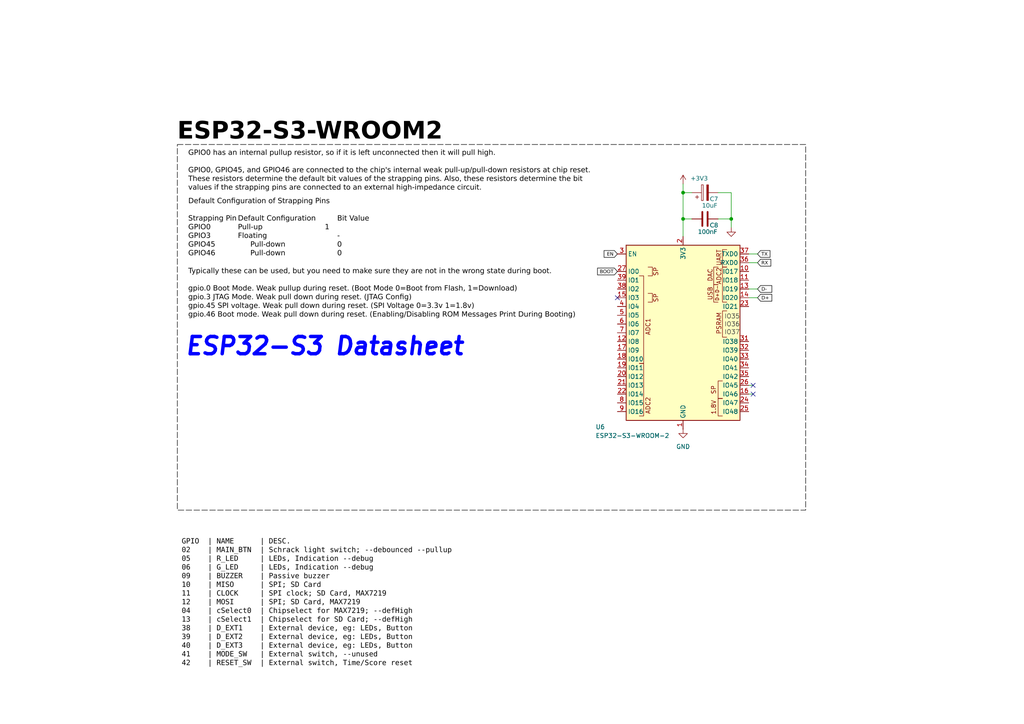
<source format=kicad_sch>
(kicad_sch (version 20231120) (generator "eeschema") (generator_version "8.0")
  (paper "A4")
  (title_block (title "SchrackStopwatch") (date "2024-08-14") (rev "v.1.0.0") (company "SPS NA PROSEKU") (comment 1 "SAVVA POPOV"))
  (lib_symbols
    (symbol "Device:C" (pin_numbers hide) (pin_names (offset 0.254))
      (property "Reference" "C" (at 0.635 2.54 0))
      (property "Value" "C" (at 0.635 -2.54 0))
      (symbol "C_0_1"
        (polyline (pts (xy -2.032 -0.762) (xy 2.032 -0.762)) (stroke (width 0.508)))
        (polyline (pts (xy -2.032 0.762) (xy 2.032 0.762)) (stroke (width 0.508)))
      )
      (symbol "C_1_1"
        (pin passive line (at 0 3.81 270) (length 2.794) (name "~") (number "1"))
        (pin passive line (at 0 -3.81 90) (length 2.794) (name "~") (number "2"))
      )
    )
    (symbol "Device:C_Polarized" (pin_numbers hide) (pin_names (offset 0.254))
      (property "Reference" "C" (at 0.635 2.54 0))
      (property "Value" "C_Polarized" (at 0.635 -2.54 0))
      (symbol "C_Polarized_0_1"
        (rectangle (start -2.286 0.508) (end 2.286 1.016))
        (polyline (pts (xy -1.778 2.286) (xy -0.762 2.286)))
        (polyline (pts (xy -1.27 2.794) (xy -1.27 1.778)))
        (rectangle (start 2.286 -0.508) (end -2.286 -1.016) (fill (type outline)))
      )
      (symbol "C_Polarized_1_1"
        (pin passive line (at 0 3.81 270) (length 2.794) (name "~") (number "1"))
        (pin passive line (at 0 -3.81 90) (length 2.794) (name "~") (number "2"))
      )
    )
    (symbol "GND_1" (power) (pin_numbers hide) (pin_names (offset 0) hide)
      (property "Value" "GND" (at 0 -3.81 0))
      (symbol "GND_1_0_1"
        (polyline (pts (xy 0 0) (xy 0 -1.27) (xy 1.27 -1.27) (xy 0 -2.54) (xy -1.27 -1.27) (xy 0 -1.27)))
      )
      (symbol "GND_1_1_1"
        (pin power_in line (at 0 0 270) (length 0) (name "~") (number "1"))
      )
    )
    (symbol "power:+3V3" (power) (pin_names (offset 0))
      (property "Value" "+3V3" (at 0 3.556 0))
      (symbol "+3V3_0_1"
        (polyline (pts (xy -0.762 1.27) (xy 0 2.54)))
        (polyline (pts (xy 0 0) (xy 0 2.54)))
        (polyline (pts (xy 0 2.54) (xy 0.762 1.27)))
      )
      (symbol "+3V3_1_1"
        (pin power_in line (at 0 0 90) (length 0) hide (name "+3V3") (number "1"))
      )
    )
    (symbol "power:GND" (power) (pin_numbers hide) (pin_names (offset 0) hide)
      (property "Value" "GND" (at 0 -3.81 0))
      (symbol "GND_0_1"
        (polyline (pts (xy 0 0) (xy 0 -1.27) (xy 1.27 -1.27) (xy 0 -2.54) (xy -1.27 -1.27) (xy 0 -1.27)))
      )
      (symbol "GND_1_1"
        (pin power_in line (at 0 0 270) (length 0) (name "~") (number "1"))
      )
    )
    (symbol "sumec_sch_lib:ESP32-S3-WROOM-2_CUSTOM_made_by_bismarx"
      (property "Reference" "U3" (at -26.162 -28.956 0))
      (property "Value" "ESP32-S3-WROOM-2" (at -26.162 -31.242 0))
      (symbol "ESP32-S3-WROOM-2_CUSTOM_made_by_bismarx_0_0"
        (rectangle (start -20.32 25.4) (end 12.7 -25.4) (stroke (width 0.254)) (fill (type background)))
        (text "PSRAM" (at 6.604 2.794 900) (effects (font (size 1.27 1.27))))
      )
      (symbol "ESP32-S3-WROOM-2_CUSTOM_made_by_bismarx_0_1"
        (polyline (pts (xy -16.51 -8.89) (xy -15.24 -8.89) (xy -15.24 -24.13) (xy -16.51 -24.13)))
        (polyline (pts (xy -16.51 16.51) (xy -15.24 16.51) (xy -15.24 -8.89) (xy -16.51 -8.89)))
        (polyline (pts (xy -13.97 8.89) (xy -12.7 8.89) (xy -12.7 11.43) (xy -13.97 11.43)))
        (polyline (pts (xy -13.97 16.51) (xy -12.7 16.51) (xy -12.7 19.05) (xy -13.97 19.05)))
        (polyline (pts (xy 6.35 8.89) (xy 5.08 8.89) (xy 5.08 13.97) (xy 6.35 13.97)))
        (polyline (pts (xy 6.35 13.97) (xy 5.08 13.97) (xy 5.08 19.05) (xy 6.35 19.05)))
        (polyline (pts (xy 7.62 -24.13) (xy 6.35 -24.13) (xy 6.35 -19.05) (xy 7.62 -19.05)))
        (polyline (pts (xy 7.62 -19.05) (xy 6.35 -19.05) (xy 6.35 -13.97) (xy 7.62 -13.97)))
        (polyline (pts (xy 8.89 -1.27) (xy 7.62 -1.27) (xy 7.62 6.35) (xy 8.89 6.35)))
        (polyline (pts (xy 8.89 8.89) (xy 7.62 8.89) (xy 7.62 19.05) (xy 8.89 19.05)))
        (polyline (pts (xy 8.89 19.05) (xy 7.62 19.05) (xy 7.62 24.13) (xy 8.89 24.13)))
      )
      (symbol "ESP32-S3-WROOM-2_CUSTOM_made_by_bismarx_1_0"
        (text "1.8V" (at 5.08 -21.59 900) (effects (font (size 1.27 1.27))))
        (text "ADC1" (at -13.97 1.778 900) (effects (font (size 1.27 1.27))))
        (text "ADC2" (at -13.97 -21.082 900) (effects (font (size 1.27 1.27))))
        (text "ADC2" (at 6.604 16.51 900) (effects (font (size 1.27 1.27))))
        (text "D+" (at 6.096 10.414 900) (effects (font (size 1 1))))
        (text "D-" (at 6.096 12.7 900) (effects (font (size 1 1))))
        (text "DAC" (at 4.064 16.764 900) (effects (font (size 1.27 1.27))))
        (text "SP" (at -11.684 10.16 900) (effects (font (size 1.27 1.27))))
        (text "SP" (at -11.684 17.78 900) (effects (font (size 1.27 1.27))))
        (text "SP" (at 5.08 -16.51 900) (effects (font (size 1.27 1.27))))
        (text "UART" (at 6.604 21.844 900) (effects (font (size 1.27 1.27))))
        (text "USB" (at 4.064 11.43 900) (effects (font (size 1.27 1.27))))
      )
      (symbol "ESP32-S3-WROOM-2_CUSTOM_made_by_bismarx_1_1"
        (text "IO35" (at 10.414 4.826 0) (effects (font (size 1.27 1.27))))
        (text "IO36" (at 10.414 2.54 0) (effects (font (size 1.27 1.27))))
        (text "IO37" (at 10.414 0.254 0) (effects (font (size 1.27 1.27))))
        (pin power_in line (at -3.81 -27.94 90) (length 2.54) (name "GND") (number "1"))
        (pin bidirectional line (at 15.24 17.78 180) (length 2.54) (name "IO17") (number "10"))
        (pin bidirectional line (at 15.24 15.24 180) (length 2.54) (name "IO18") (number "11"))
        (pin bidirectional line (at -22.86 -2.54 0) (length 2.54) (name "IO8") (number "12"))
        (pin bidirectional line (at 15.24 12.7 180) (length 2.54) (name "IO19") (number "13"))
        (pin bidirectional line (at 15.24 10.16 180) (length 2.54) (name "IO20") (number "14"))
        (pin bidirectional line (at -22.86 10.16 0) (length 2.54) (name "IO3") (number "15"))
        (pin bidirectional line (at 15.24 -17.78 180) (length 2.54) (name "IO46") (number "16"))
        (pin bidirectional line (at -22.86 -5.08 0) (length 2.54) (name "IO9") (number "17"))
        (pin bidirectional line (at -22.86 -7.62 0) (length 2.54) (name "IO10") (number "18"))
        (pin bidirectional line (at -22.86 -10.16 0) (length 2.54) (name "IO11") (number "19"))
        (pin power_in line (at -3.81 27.94 270) (length 2.54) (name "3V3") (number "2"))
        (pin bidirectional line (at -22.86 -12.7 0) (length 2.54) (name "IO12") (number "20"))
        (pin bidirectional line (at -22.86 -15.24 0) (length 2.54) (name "IO13") (number "21"))
        (pin bidirectional line (at -22.86 -17.78 0) (length 2.54) (name "IO14") (number "22"))
        (pin bidirectional line (at 15.24 7.62 180) (length 2.54) (name "IO21") (number "23"))
        (pin bidirectional line (at 15.24 -20.32 180) (length 2.54) (name "IO47") (number "24"))
        (pin bidirectional line (at 15.24 -22.86 180) (length 2.54) (name "IO48") (number "25"))
        (pin bidirectional line (at 15.24 -15.24 180) (length 2.54) (name "IO45") (number "26"))
        (pin bidirectional line (at -22.86 17.78 0) (length 2.54) (name "IO0") (number "27"))
        (pin input line (at -22.86 22.86 0) (length 2.54) (name "EN") (number "3"))
        (pin bidirectional line (at 15.24 -2.54 180) (length 2.54) (name "IO38") (number "31"))
        (pin bidirectional line (at 15.24 -5.08 180) (length 2.54) (name "IO39") (number "32"))
        (pin bidirectional line (at 15.24 -7.62 180) (length 2.54) (name "IO40") (number "33"))
        (pin bidirectional line (at 15.24 -10.16 180) (length 2.54) (name "IO41") (number "34"))
        (pin bidirectional line (at 15.24 -12.7 180) (length 2.54) (name "IO42") (number "35"))
        (pin bidirectional line (at 15.24 20.32 180) (length 2.54) (name "RXD0") (number "36"))
        (pin bidirectional line (at 15.24 22.86 180) (length 2.54) (name "TXD0") (number "37"))
        (pin bidirectional line (at -22.86 12.7 0) (length 2.54) (name "IO2") (number "38"))
        (pin bidirectional line (at -22.86 15.24 0) (length 2.54) (name "IO1") (number "39"))
        (pin bidirectional line (at -22.86 7.62 0) (length 2.54) (name "IO4") (number "4"))
        (pin passive line (at -3.81 -27.94 90) (length 2.54) hide (name "GND") (number "40"))
        (pin passive line (at -3.81 -27.94 90) (length 2.54) hide (name "GND") (number "41"))
        (pin bidirectional line (at -22.86 5.08 0) (length 2.54) (name "IO5") (number "5"))
        (pin bidirectional line (at -22.86 2.54 0) (length 2.54) (name "IO6") (number "6"))
        (pin bidirectional line (at -22.86 0 0) (length 2.54) (name "IO7") (number "7"))
        (pin bidirectional line (at -22.86 -20.32 0) (length 2.54) (name "IO15") (number "8"))
        (pin bidirectional line (at -22.86 -22.86 0) (length 2.54) (name "IO16") (number "9"))
      )
    )
  )
  (junction (at 212.09 63.5))
  (junction (at 198.12 55.88))
  (junction (at 198.12 63.5))
  (no_connect (at 218.44 114.3))
  (no_connect (at 218.44 111.76))
  (no_connect (at 179.07 86.36))
  (wire (pts (xy 198.12 55.88) (xy 200.66 55.88)))
  (wire (pts (xy 219.71 73.66) (xy 217.17 73.66)))
  (wire (pts (xy 219.71 76.2) (xy 217.17 76.2)))
  (wire (pts (xy 219.71 86.36) (xy 217.17 86.36)))
  (wire (pts (xy 212.09 63.5) (xy 212.09 66.04)))
  (wire (pts (xy 208.28 63.5) (xy 212.09 63.5)))
  (wire (pts (xy 208.28 55.88) (xy 212.09 55.88)))
  (wire (pts (xy 212.09 55.88) (xy 212.09 63.5)))
  (wire (pts (xy 218.44 111.76) (xy 217.17 111.76)))
  (wire (pts (xy 198.12 55.88) (xy 198.12 63.5)))
  (wire (pts (xy 200.66 63.5) (xy 198.12 63.5)))
  (wire (pts (xy 198.12 63.5) (xy 198.12 68.58)))
  (wire (pts (xy 219.71 83.82) (xy 217.17 83.82)))
  (wire (pts (xy 198.12 53.34) (xy 198.12 55.88)))
  (wire (pts (xy 218.44 114.3) (xy 217.17 114.3)))
  (rectangle (start 51.435 41.91) (end 233.68 147.955) (stroke (width 0) (type dash) (color 0 0 0 1)))
  (text "Default Configuration of Strapping Pins\n\nStrapping Pin	Default Configuration		Bit Value\nGPIO0 			Pull-up						1\nGPIO3			Floating						-\nGPIO45			Pull-down					0\nGPIO46			Pull-down					0" (at 54.61 74.93 0) (effects (font (size 1.5 1.5)) (justify left bottom)))
  (text "GPIO  | NAME      | DESC. \n02    | MAIN_BTN  | Schrack light switch; --debounced --pullup \n05    | R_LED     | LEDs, Indication --debug\n06    | G_LED     | LEDs, Indication --debug\n09    | BUZZER    | Passive buzzer\n10    | MISO      | SPI; SD Card\n11    | CLOCK     | SPI clock; SD Card, MAX7219\n12    | MOSI      | SPI; SD Card, MAX7219\n04    | cSelect0  | Chipselect for MAX7219; --defHigh\n13    | cSelect1  | Chipselect for SD Card; --defHigh\n38    | D_EXT1    | External device, eg: LEDs, Button\n39    | D_EXT2    | External device, eg: LEDs, Button\n40    | D_EXT3    | External device, eg: LEDs, Button\n41    | MODE_SW   | External switch, --unused\n42    | RESET_SW  | External switch, Time/Score reset\n\n" (at 52.705 176.53 0) (effects (font (size 1.5 1.5)) (justify left)))
  (text "ESP32-S3-WROOM2" (at 51.435 42.545 0) (effects (font (size 5 5) (bold yes)) (justify left bottom)))
  (text "GPIO0 has an internal pullup resistor, so if it is left unconnected then it will pull high.\n\nGPIO0, GPIO45, and GPIO46 are connected to the chip's internal weak pull-up/pull-down resistors at chip reset.\nThese resistors determine the default bit values of the strapping pins. Also, these resistors determine the bit\nvalues if the strapping pins are connected to an external high-impedance circuit." (at 54.61 55.88 0) (effects (font (size 1.5 1.5)) (justify left bottom)))
  (text "Typically these can be used, but you need to make sure they are not in the wrong state during boot.\n\ngpio.0 Boot Mode. Weak pullup during reset. (Boot Mode 0=Boot from Flash, 1=Download)\ngpio.3 JTAG Mode. Weak pull down during reset. (JTAG Config)\ngpio.45 SPI voltage. Weak pull down during reset. (SPI Voltage 0=3.3v 1=1.8v)\ngpio.46 Boot mode. Weak pull down during reset. (Enabling/Disabling ROM Messages Print During Booting)" (at 54.61 92.71 0) (effects (font (size 1.5 1.5)) (justify left bottom)))
  (text "ESP32-S3 Datasheet" (at 53.34 103.505 0) (effects (font (size 5 5) (thickness 1) (bold yes) (italic yes)) (justify left bottom)))
  (global_label "D-" (shape input) (at 219.71 83.82 0) (effects (font (size 1 1))) (property "Intersheetrefs" "${INTERSHEET_REFS}" (effects (hide yes))))
  (global_label "TX" (shape input) (at 219.71 73.66 0) (effects (font (size 1 1))) (property "Intersheetrefs" "${INTERSHEET_REFS}" (effects (hide yes))))
  (global_label "D+" (shape input) (at 219.71 86.36 0) (effects (font (size 1 1))) (property "Intersheetrefs" "${INTERSHEET_REFS}" (effects (hide yes))))
  (global_label "RX" (shape input) (at 219.71 76.2 0) (effects (font (size 1 1))) (property "Intersheetrefs" "${INTERSHEET_REFS}" (effects (hide yes))))
  (global_label "BOOT" (shape input) (at 179.07 78.74 180) (effects (font (size 1 1))) (property "Intersheetrefs" "${INTERSHEET_REFS}" (effects (hide yes))))
  (global_label "EN" (shape input) (at 179.07 73.66 180) (effects (font (size 1 1))) (property "Intersheetrefs" "${INTERSHEET_REFS}" (effects (hide yes))))
  (symbol (lib_id "sumec_sch_lib:ESP32-S3-WROOM-2_CUSTOM_made_by_bismarx") (at 201.93 96.52 0) (unit 1)
    (property "Reference" "U6" (at 172.72 123.825 0) (effects (justify left)))
    (property "Value" "ESP32-S3-WROOM-2" (at 172.72 126.365 0) (effects (justify left)))
    (property "Footprint" "PCM_Espressif:ESP32-S3-WROOM-2" (effects (hide yes)))
    (property "Datasheet" "https://www.espressif.com/sites/default/files/documentation/esp32-s3-wroom-1_wroom-1u_datasheet_en.pdf" (effects (hide yes)))
    (property "Description" "RF Module, ESP32-S3 SoC, Wi-Fi 802.11b/g/n, Bluetooth, BLE, 32-bit, 3.3V, onboard antenna, SMD" (effects (hide yes)))
  )
  (symbol (lib_id "Device:C") (at 204.47 63.5 90) (mirror x) (unit 1)
    (property "Reference" "C8" (at 208.28 65.405 90) (effects (justify left)))
    (property "Value" "100nF" (at 208.28 67.31 90) (effects (justify left)))
    (property "Footprint" "Capacitor_SMD:C_0805_2012Metric_Pad1.18x1.45mm_HandSolder" (effects (hide yes)))
  )
  (symbol (lib_id "Device:C_Polarized") (at 204.47 55.88 90) (unit 1)
    (property "Reference" "C7" (at 208.28 57.785 90) (effects (justify left)))
    (property "Value" "10uF" (at 208.28 59.69 90) (effects (justify left)))
    (property "Footprint" "Capacitor_Tantalum_SMD:CP_EIA-3216-18_Kemet-A_Pad1.58x1.35mm_HandSolder" (effects (hide yes)))
  )
  (symbol (lib_id "power:+3V3") (at 198.12 53.34 0) (unit 1)
    (property "Reference" "#PWR010" (effects (hide yes)))
    (property "Value" "+3V3" (at 200.152 51.816 0) (effects (justify left)))
  )
  (symbol (lib_id "power:GND") (at 198.12 124.46 0) (unit 1)
    (property "Reference" "#PWR011" (effects (hide yes)))
    (property "Value" "GND" (at 198.12 129.54 0))
    (property "Description" "Power symbol creates a global label with name \"GND\" , ground" (effects (hide yes)))
  )
  (symbol (lib_name "GND_1") (lib_id "power:GND") (at 212.09 66.04 0) (unit 1)
    (property "Reference" "#PWR012" (effects (hide yes)))
    (property "Value" "GND" (effects (hide yes)))
    (property "Description" "Power symbol creates a global label with name \"GND\" , ground" (effects (hide yes)))
  )
)
</source>
